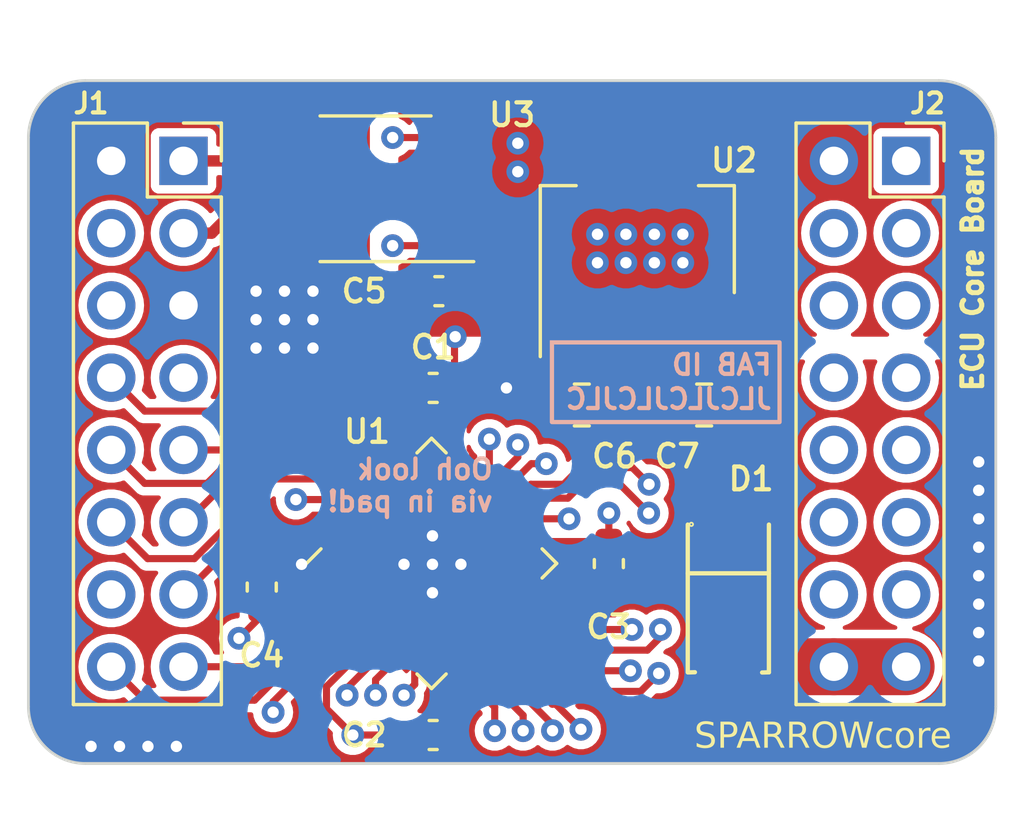
<source format=kicad_pcb>
(kicad_pcb (version 20221018) (generator pcbnew)
  (layers (0 "F.Cu" signal) (1 "In1.Cu" signal) (2 "In2.Cu" signal) (3 "In3.Cu" signal) (4 "In4.Cu" signal) (31 "B.Cu" signal) (34 "B.Paste" user) (35 "F.Paste" user) (36 "B.SilkS" user "B.Silkscreen") (37 "F.SilkS" user "F.Silkscreen") (38 "B.Mask" user) (39 "F.Mask" user) (44 "Edge.Cuts" user))
  (net 0 "")
  (net 1 "GND")
  (net 2 "+3V3")
  (net 3 "/PD0")
  (net 4 "/PD1")
  (net 5 "/~{RESET}")
  (net 6 "/PA0")
  (net 7 "/PA1")
  (net 8 "/PA2")
  (net 9 "/PA3")
  (net 10 "/PA4")
  (net 11 "/PA5")
  (net 12 "/PA6")
  (net 13 "/PA7")
  (net 14 "/PB0")
  (net 15 "/PB1")
  (net 16 "/PB2")
  (net 17 "/PA8")
  (net 18 "/PA9")
  (net 19 "/PA10")
  (net 20 "/CANRX")
  (net 21 "/CANTX")
  (net 22 "/SWDIO")
  (net 23 "/SWCLK")
  (net 24 "/PA15")
  (net 25 "/PB3")
  (net 26 "/PB4")
  (net 27 "/PB5")
  (net 28 "/PB6")
  (net 29 "/PB7")
  (net 31 "/CANL")
  (net 32 "/CANH")
  (net 33 "VDC")
  (net 34 "/VDC_AFD")
  (footprint "Capacitor_SMD:C_0805_2012Metric" (layer "F.Cu") (at 186.45 93.2 180)
    (fp_text reference "C6" (at -1.15 -1.8) (layer "F.SilkS") (effects (font (size 0.8 0.8))))
    (fp_text value "10 uF")
    (fp_line (start -0.261252 -0.735) (end 0.261252 -0.735) (stroke (width 0.12)) (layer "F.SilkS"))
    (fp_line (start -0.261252 0.735) (end 0.261252 0.735) (stroke (width 0.12)) (layer "F.SilkS"))
    (pad "1" smd roundrect (at -0.95 0 180) (size 1 1.45) (layers "F.Cu" "F.Paste" "F.Mask") (net 2 "+3V3"))
    (pad "2" smd roundrect (at 0.95 0 180) (size 1 1.45) (layers "F.Cu" "F.Paste" "F.Mask") (net 1 "GND"))
  )
  (footprint "Package_DFN_QFN:QFN-36-1EP_6x6mm_P0.5mm_EP4.1x4.1mm" (layer "F.Cu") (at 181.168736 98.768736 45)
    (fp_text reference "U1" hide)
    (fp_text value "STM32F103TBU6")
    (fp_line (start -3.11 3.11) (end -3.11 2.385) (stroke (width 0.12)) (layer "F.SilkS"))
    (fp_line (start -2.385 -3.11) (end -3.11 -3.11) (stroke (width 0.12)) (layer "F.SilkS"))
    (fp_line (start -2.385 3.11) (end -3.11 3.11) (stroke (width 0.12)) (layer "F.SilkS"))
    (fp_line (start 2.385 -3.11) (end 3.11 -3.11) (stroke (width 0.12)) (layer "F.SilkS"))
    (fp_line (start 2.385 3.11) (end 3.11 3.11) (stroke (width 0.12)) (layer "F.SilkS"))
    (fp_line (start 3.11 -3.11) (end 3.11 -2.385) (stroke (width 0.12)) (layer "F.SilkS"))
    (fp_line (start 3.11 3.11) (end 3.11 2.385) (stroke (width 0.12)) (layer "F.SilkS"))
    (pad "1" smd roundrect (at -2.8375 -2 45) (size 1.075 0.25) (layers "F.Cu" "F.Paste" "F.Mask") (net 2 "+3V3"))
    (pad "2" smd roundrect (at -2.8375 -1.5 45) (size 1.075 0.25) (layers "F.Cu" "F.Paste" "F.Mask") (net 3 "/PD0"))
    (pad "3" smd roundrect (at -2.8375 -1 45) (size 1.075 0.25) (layers "F.Cu" "F.Paste" "F.Mask") (net 4 "/PD1"))
    (pad "4" smd roundrect (at -2.8375 -0.5 45) (size 1.075 0.25) (layers "F.Cu" "F.Paste" "F.Mask") (net 5 "/~{RESET}"))
    (pad "5" smd roundrect (at -2.8375 0 45) (size 1.075 0.25) (layers "F.Cu" "F.Paste" "F.Mask") (net 1 "GND"))
    (pad "6" smd roundrect (at -2.8375 0.5 45) (size 1.075 0.25) (layers "F.Cu" "F.Paste" "F.Mask") (net 2 "+3V3"))
    (pad "7" smd roundrect (at -2.8375 1 45) (size 1.075 0.25) (layers "F.Cu" "F.Paste" "F.Mask") (net 6 "/PA0"))
    (pad "8" smd roundrect (at -2.8375 1.5 45) (size 1.075 0.25) (layers "F.Cu" "F.Paste" "F.Mask") (net 7 "/PA1"))
    (pad "9" smd roundrect (at -2.8375 2 45) (size 1.075 0.25) (layers "F.Cu" "F.Paste" "F.Mask") (net 8 "/PA2"))
    (pad "10" smd roundrect (at -2 2.8375 45) (size 0.25 1.075) (layers "F.Cu" "F.Paste" "F.Mask") (net 9 "/PA3"))
    (pad "11" smd roundrect (at -1.5 2.8375 45) (size 0.25 1.075) (layers "F.Cu" "F.Paste" "F.Mask") (net 10 "/PA4"))
    (pad "12" smd roundrect (at -1 2.8375 45) (size 0.25 1.075) (layers "F.Cu" "F.Paste" "F.Mask") (net 11 "/PA5"))
    (pad "13" smd roundrect (at -0.5 2.8375 45) (size 0.25 1.075) (layers "F.Cu" "F.Paste" "F.Mask") (net 12 "/PA6"))
    (pad "14" smd roundrect (at 0 2.8375 45) (size 0.25 1.075) (layers "F.Cu" "F.Paste" "F.Mask") (net 13 "/PA7"))
    (pad "15" smd roundrect (at 0.5 2.8375 45) (size 0.25 1.075) (layers "F.Cu" "F.Paste" "F.Mask") (net 14 "/PB0"))
    (pad "16" smd roundrect (at 1 2.8375 45) (size 0.25 1.075) (layers "F.Cu" "F.Paste" "F.Mask") (net 15 "/PB1"))
    (pad "17" smd roundrect (at 1.5 2.8375 45) (size 0.25 1.075) (layers "F.Cu" "F.Paste" "F.Mask") (net 16 "/PB2"))
    (pad "18" smd roundrect (at 2 2.8375 45) (size 0.25 1.075) (layers "F.Cu" "F.Paste" "F.Mask") (net 1 "GND"))
    (pad "19" smd roundrect (at 2.8375 2 45) (size 1.075 0.25) (layers "F.Cu" "F.Paste" "F.Mask") (net 2 "+3V3"))
    (pad "20" smd roundrect (at 2.8375 1.5 45) (size 1.075 0.25) (layers "F.Cu" "F.Paste" "F.Mask") (net 17 "/PA8"))
    (pad "21" smd roundrect (at 2.8375 1 45) (size 1.075 0.25) (layers "F.Cu" "F.Paste" "F.Mask") (net 18 "/PA9"))
    (pad "22" smd roundrect (at 2.8375 0.5 45) (size 1.075 0.25) (layers "F.Cu" "F.Paste" "F.Mask") (net 19 "/PA10"))
    (pad "23" smd roundrect (at 2.8375 0 45) (size 1.075 0.25) (layers "F.Cu" "F.Paste" "F.Mask") (net 20 "/CANRX"))
    (pad "24" smd roundrect (at 2.8375 -0.5 45) (size 1.075 0.25) (layers "F.Cu" "F.Paste" "F.Mask") (net 21 "/CANTX"))
    (pad "25" smd roundrect (at 2.8375 -1 45) (size 1.075 0.25) (layers "F.Cu" "F.Paste" "F.Mask") (net 22 "/SWDIO"))
    (pad "26" smd roundrect (at 2.8375 -1.5 45) (size 1.075 0.25) (layers "F.Cu" "F.Paste" "F.Mask") (net 1 "GND"))
    (pad "27" smd roundrect (at 2.8375 -2 45) (size 1.075 0.25) (layers "F.Cu" "F.Paste" "F.Mask") (net 2 "+3V3"))
    (pad "28" smd roundrect (at 2 -2.8375 45) (size 0.25 1.075) (layers "F.Cu" "F.Paste" "F.Mask") (net 23 "/SWCLK"))
    (pad "29" smd roundrect (at 1.5 -2.8375 45) (size 0.25 1.075) (layers "F.Cu" "F.Paste" "F.Mask") (net 24 "/PA15"))
    (pad "30" smd roundrect (at 1 -2.8375 45) (size 0.25 1.075) (layers "F.Cu" "F.Paste" "F.Mask") (net 25 "/PB3"))
    (pad "31" smd roundrect (at 0.5 -2.8375 45) (size 0.25 1.075) (layers "F.Cu" "F.Paste" "F.Mask") (net 26 "/PB4"))
    (pad "32" smd roundrect (at 0 -2.8375 45) (size 0.25 1.075) (layers "F.Cu" "F.Paste" "F.Mask") (net 27 "/PB5"))
    (pad "33" smd roundrect (at -0.5 -2.8375 45) (size 0.25 1.075) (layers "F.Cu" "F.Paste" "F.Mask") (net 28 "/PB6"))
    (pad "34" smd roundrect (at -1 -2.8375 45) (size 0.25 1.075) (layers "F.Cu" "F.Paste" "F.Mask") (net 29 "/PB7"))
    (pad "35" smd roundrect (at -1.5 -2.8375 45) (size 0.25 1.075) (layers "F.Cu" "F.Paste" "F.Mask") (net 1 "GND"))
    (pad "36" smd roundrect (at -2 -2.8375 45) (size 0.25 1.075) (layers "F.Cu" "F.Paste" "F.Mask") (net 1 "GND"))
    (pad "37" smd rect (at 0 0 45) (size 4.1 4.1) (layers "F.Cu" "F.Mask") (net 1 "GND"))
  )
  (footprint "footprint:SMA_L4.3-W2.6-LS5.2-RD" (layer "F.Cu") (at 191.6 100 -90)
    (fp_text reference "D1" (at -4.2 -0.8 -180) (layer "F.SilkS") (effects (font (size 0.8 0.8))))
    (fp_text value "M7_C95872")
    (fp_line (start -2.59619 -1.426213) (end 2.59619 -1.426213) (stroke (width 0.1524)) (layer "F.SilkS"))
    (fp_line (start -2.59619 1.426213) (end 2.59619 1.426213) (stroke (width 0.1524)) (layer "F.SilkS"))
    (fp_line (start -0.883922 -1.426213) (end -0.883922 1.426213) (stroke (width 0.1524)) (layer "F.SilkS"))
    (fp_line (start 2.593294 1.175616) (end 2.599975 1.414834) (stroke (width 0.1524)) (layer "F.SilkS"))
    (fp_line (start 2.59619 -1.426213) (end 2.60287 -1.186995) (stroke (width 0.1524)) (layer "F.SilkS"))
    (fp_circle (center -2.605029 1.299975) (end -2.575057 1.299975) (stroke (width 0.059995)) (fill none) (layer "F.SilkS"))
    (pad "1" smd rect (at -2.199898 0 90) (size 2 2) (layers "F.Cu" "F.Paste" "F.Mask") (net 34 "/VDC_AFD"))
    (pad "2" smd rect (at 2.199898 0 90) (size 2 2) (layers "F.Cu" "F.Paste" "F.Mask") (net 33 "VDC"))
  )
  (footprint "Capacitor_SMD:C_0603_1608Metric" (layer "F.Cu") (at 181.425 89.2 180)
    (fp_text reference "C5" (at 2.625 0) (layer "F.SilkS") (effects (font (size 0.8 0.8))))
    (fp_text value "0.1 uF")
    (fp_line (start -0.14058 -0.51) (end 0.14058 -0.51) (stroke (width 0.12)) (layer "F.SilkS"))
    (fp_line (start -0.14058 0.51) (end 0.14058 0.51) (stroke (width 0.12)) (layer "F.SilkS"))
    (pad "1" smd roundrect (at -0.775 0 180) (size 0.9 0.95) (layers "F.Cu" "F.Paste" "F.Mask") (net 2 "+3V3"))
    (pad "2" smd roundrect (at 0.775 0 180) (size 0.9 0.95) (layers "F.Cu" "F.Paste" "F.Mask") (net 1 "GND"))
  )
  (footprint "Capacitor_SMD:C_0603_1608Metric" (layer "F.Cu") (at 181.225 104.8 180)
    (fp_text reference "C2" (at 2.425 0) (layer "F.SilkS") (effects (font (size 0.8 0.8))))
    (fp_text value "0.1 uF")
    (fp_line (start -0.14058 -0.51) (end 0.14058 -0.51) (stroke (width 0.12)) (layer "F.SilkS"))
    (fp_line (start -0.14058 0.51) (end 0.14058 0.51) (stroke (width 0.12)) (layer "F.SilkS"))
    (pad "1" smd roundrect (at -0.775 0 180) (size 0.9 0.95) (layers "F.Cu" "F.Paste" "F.Mask") (net 1 "GND"))
    (pad "2" smd roundrect (at 0.775 0 180) (size 0.9 0.95) (layers "F.Cu" "F.Paste" "F.Mask") (net 2 "+3V3"))
  )
  (footprint "Capacitor_SMD:C_0603_1608Metric" (layer "F.Cu") (at 175.2 99.6 -90)
    (fp_text reference "C4" (at 2.4 0 -180) (layer "F.SilkS") (effects (font (size 0.8 0.8))))
    (fp_text value "0.1 uF")
    (fp_line (start -0.14058 -0.51) (end 0.14058 -0.51) (stroke (width 0.12)) (layer "F.SilkS"))
    (fp_line (start -0.14058 0.51) (end 0.14058 0.51) (stroke (width 0.12)) (layer "F.SilkS"))
    (pad "1" smd roundrect (at -0.775 0 270) (size 0.9 0.95) (layers "F.Cu" "F.Paste" "F.Mask") (net 1 "GND"))
    (pad "2" smd roundrect (at 0.775 0 270) (size 0.9 0.95) (layers "F.Cu" "F.Paste" "F.Mask") (net 2 "+3V3"))
  )
  (footprint "Capacitor_SMD:C_0603_1608Metric" (layer "F.Cu") (at 187.4 98.775 90)
    (fp_text reference "C3" (at -2.225 0) (layer "F.SilkS") (effects (font (size 0.8 0.8))))
    (fp_text value "0.1 uF")
    (fp_line (start -0.14058 -0.51) (end 0.14058 -0.51) (stroke (width 0.12)) (layer "F.SilkS"))
    (fp_line (start -0.14058 0.51) (end 0.14058 0.51) (stroke (width 0.12)) (layer "F.SilkS"))
    (pad "1" smd roundrect (at -0.775 0 90) (size 0.9 0.95) (layers "F.Cu" "F.Paste" "F.Mask") (net 1 "GND"))
    (pad "2" smd roundrect (at 0.775 0 90) (size 0.9 0.95) (layers "F.Cu" "F.Paste" "F.Mask") (net 2 "+3V3"))
  )
  (footprint "Capacitor_SMD:C_0805_2012Metric" (layer "F.Cu") (at 190.75 93.2 180)
    (fp_text reference "C7" (at 0.95 -1.8) (layer "F.SilkS") (effects (font (size 0.8 0.8))))
    (fp_text value "10 uF")
    (fp_line (start -0.261252 -0.735) (end 0.261252 -0.735) (stroke (width 0.12)) (layer "F.SilkS"))
    (fp_line (start -0.261252 0.735) (end 0.261252 0.735) (stroke (width 0.12)) (layer "F.SilkS"))
    (pad "1" smd roundrect (at -0.95 0 180) (size 1 1.45) (layers "F.Cu" "F.Paste" "F.Mask") (net 1 "GND"))
    (pad "2" smd roundrect (at 0.95 0 180) (size 1 1.45) (layers "F.Cu" "F.Paste" "F.Mask") (net 34 "/VDC_AFD"))
  )
  (footprint "Capacitor_SMD:C_0603_1608Metric" (layer "F.Cu") (at 181.225 92.6)
    (fp_text reference "C1" (at 0 -1.43) (layer "F.SilkS") (effects (font (size 0.8 0.8))))
    (fp_text value "0.1 uF")
    (fp_line (start -0.14058 -0.51) (end 0.14058 -0.51) (stroke (width 0.12)) (layer "F.SilkS"))
    (fp_line (start -0.14058 0.51) (end 0.14058 0.51) (stroke (width 0.12)) (layer "F.SilkS"))
    (pad "1" smd roundrect (at -0.775 0) (size 0.9 0.95) (layers "F.Cu" "F.Paste" "F.Mask") (net 1 "GND"))
    (pad "2" smd roundrect (at 0.775 0) (size 0.9 0.95) (layers "F.Cu" "F.Paste" "F.Mask") (net 2 "+3V3"))
  )
  (footprint "Package_TO_SOT_SMD:SOT-223-3_TabPin2" (layer "F.Cu") (at 188.4 87.4 90)
    (fp_text reference "U2" (at 2.8 3.4 180) (layer "F.SilkS") (effects (font (size 0.8 0.8))))
    (fp_text value "LD1117S33TR_SOT223")
    (fp_line (start -4.1 -3.41) (end 1.91 -3.41) (stroke (width 0.12)) (layer "F.SilkS"))
    (fp_line (start -1.85 3.41) (end 1.91 3.41) (stroke (width 0.12)) (layer "F.SilkS"))
    (fp_line (start 1.91 -3.41) (end 1.91 -2.15) (stroke (width 0.12)) (layer "F.SilkS"))
    (fp_line (start 1.91 3.41) (end 1.91 2.15) (stroke (width 0.12)) (layer "F.SilkS"))
    (pad "1" smd rect (at -3.15 -2.3 90) (size 2 1.5) (layers "F.Cu" "F.Paste" "F.Mask") (net 1 "GND"))
    (pad "2" smd rect (at -3.15 0 90) (size 2 1.5) (layers "F.Cu" "F.Paste" "F.Mask") (net 2 "+3V3"))
    (pad "2" smd rect (at 3.15 0 90) (size 2 3.8) (layers "F.Cu" "F.Paste" "F.Mask") (net 2 "+3V3"))
    (pad "3" smd rect (at -3.15 2.3 90) (size 2 1.5) (layers "F.Cu" "F.Paste" "F.Mask") (net 34 "/VDC_AFD"))
  )
  (footprint "Connector_PinSocket_2.54mm:PinSocket_2x08_P2.54mm_Vertical" (layer "F.Cu") (at 172.45 84.62)
    (fp_text reference "J1" (at -3.25 -2.02) (layer "F.SilkS") (effects (font (size 0.7 0.7))))
    (fp_text value "LS_CONN")
    (fp_line (start -3.87 -1.33) (end -3.87 19.11) (stroke (width 0.12)) (layer "F.SilkS"))
    (fp_line (start -3.87 -1.33) (end -1.27 -1.33) (stroke (width 0.12)) (layer "F.SilkS"))
    (fp_line (start -3.87 19.11) (end 1.33 19.11) (stroke (width 0.12)) (layer "F.SilkS"))
    (fp_line (start -1.27 -1.33) (end -1.27 1.27) (stroke (width 0.12)) (layer "F.SilkS"))
    (fp_line (start -1.27 1.27) (end 1.33 1.27) (stroke (width 0.12)) (layer "F.SilkS"))
    (fp_line (start 0 -1.33) (end 1.33 -1.33) (stroke (width 0.12)) (layer "F.SilkS"))
    (fp_line (start 1.33 -1.33) (end 1.33 0) (stroke (width 0.12)) (layer "F.SilkS"))
    (fp_line (start 1.33 1.27) (end 1.33 19.11) (stroke (width 0.12)) (layer "F.SilkS"))
    (pad "1" thru_hole rect (at 0 0) (size 1.7 1.7) (drill 1) (layers "*.Cu" "*.Mask") (net 31 "/CANL"))
    (pad "2" thru_hole oval (at -2.54 0) (size 1.7 1.7) (drill 1) (layers "*.Cu" "*.Mask") (net 1 "GND"))
    (pad "3" thru_hole oval (at 0 2.54) (size 1.7 1.7) (drill 1) (layers "*.Cu" "*.Mask") (net 32 "/CANH"))
    (pad "4" thru_hole oval (at -2.54 2.54) (size 1.7 1.7) (drill 1) (layers "*.Cu" "*.Mask") (net 6 "/PA0"))
    (pad "5" thru_hole oval (at 0 5.08) (size 1.7 1.7) (drill 1) (layers "*.Cu" "*.Mask") (net 1 "GND"))
    (pad "6" thru_hole oval (at -2.54 5.08) (size 1.7 1.7) (drill 1) (layers "*.Cu" "*.Mask") (net 5 "/~{RESET}"))
    (pad "7" thru_hole oval (at 0 7.62) (size 1.7 1.7) (drill 1) (layers "*.Cu" "*.Mask") (net 22 "/SWDIO"))
    (pad "8" thru_hole oval (at -2.54 7.62) (size 1.7 1.7) (drill 1) (layers "*.Cu" "*.Mask") (net 23 "/SWCLK"))
    (pad "9" thru_hole oval (at 0 10.16) (size 1.7 1.7) (drill 1) (layers "*.Cu" "*.Mask") (net 24 "/PA15"))
    (pad "10" thru_hole oval (at -2.54 10.16) (size 1.7 1.7) (drill 1) (layers "*.Cu" "*.Mask") (net 25 "/PB3"))
    (pad "11" thru_hole oval (at 0 12.7) (size 1.7 1.7) (drill 1) (layers "*.Cu" "*.Mask") (net 26 "/PB4"))
    (pad "12" thru_hole oval (at -2.54 12.7) (size 1.7 1.7) (drill 1) (layers "*.Cu" "*.Mask") (net 27 "/PB5"))
    (pad "13" thru_hole oval (at 0 15.24) (size 1.7 1.7) (drill 1) (layers "*.Cu" "*.Mask") (net 28 "/PB6"))
    (pad "14" thru_hole oval (at -2.54 15.24) (size 1.7 1.7) (drill 1) (layers "*.Cu" "*.Mask") (net 29 "/PB7"))
    (pad "15" thru_hole oval (at 0 17.78) (size 1.7 1.7) (drill 1) (layers "*.Cu" "*.Mask") (net 3 "/PD0"))
    (pad "16" thru_hole oval (at -2.54 17.78) (size 1.7 1.7) (drill 1) (layers "*.Cu" "*.Mask") (net 4 "/PD1"))
  )
  (footprint "Package_SO:SOIC-8_3.9x4.9mm_P1.27mm" (layer "F.Cu") (at 179.2 85.6 180)
    (fp_text reference "U3" (at -4.8 2.6) (layer "F.SilkS") (effects (font (size 0.8 0.8))))
    (fp_text value "SN65HVD230")
    (fp_line (start 0 -2.56) (end -3.45 -2.56) (stroke (width 0.12)) (layer "F.SilkS"))
    (fp_line (start 0 -2.56) (end 1.95 -2.56) (stroke (width 0.12)) (layer "F.SilkS"))
    (fp_line (start 0 2.56) (end -1.95 2.56) (stroke (width 0.12)) (layer "F.SilkS"))
    (fp_line (start 0 2.56) (end 1.95 2.56) (stroke (width 0.12)) (layer "F.SilkS"))
    (pad "1" smd roundrect (at -2.475 -1.905 180) (size 1.95 0.6) (layers "F.Cu" "F.Paste" "F.Mask") (net 21 "/CANTX"))
    (pad "2" smd roundrect (at -2.475 -0.635 180) (size 1.95 0.6) (layers "F.Cu" "F.Paste" "F.Mask") (net 1 "GND"))
    (pad "3" smd roundrect (at -2.475 0.635 180) (size 1.95 0.6) (layers "F.Cu" "F.Paste" "F.Mask") (net 2 "+3V3"))
    (pad "4" smd roundrect (at -2.475 1.905 180) (size 1.95 0.6) (layers "F.Cu" "F.Paste" "F.Mask") (net 20 "/CANRX"))
    (pad "5" smd roundrect (at 2.475 1.905 180) (size 1.95 0.6) (layers "F.Cu" "F.Paste" "F.Mask"))
    (pad "6" smd roundrect (at 2.475 0.635 180) (size 1.95 0.6) (layers "F.Cu" "F.Paste" "F.Mask") (net 31 "/CANL"))
    (pad "7" smd roundrect (at 2.475 -0.635 180) (size 1.95 0.6) (layers "F.Cu" "F.Paste" "F.Mask") (net 32 "/CANH"))
    (pad "8" smd roundrect (at 2.475 -1.905 180) (size 1.95 0.6) (layers "F.Cu" "F.Paste" "F.Mask") (net 1 "GND"))
  )
  (footprint "Connector_PinSocket_2.54mm:PinSocket_2x08_P2.54mm_Vertical" (layer "F.Cu") (at 197.85 84.62)
    (fp_text reference "J2" (at 0.75 -2.02) (layer "F.SilkS") (effects (font (size 0.7 0.7))))
    (fp_text value "RS_CONN")
    (fp_line (start -3.87 -1.33) (end -3.87 19.11) (stroke (width 0.12)) (layer "F.SilkS"))
    (fp_line (start -3.87 -1.33) (end -1.27 -1.33) (stroke (width 0.12)) (layer "F.SilkS"))
    (fp_line (start -3.87 19.11) (end 1.33 19.11) (stroke (width 0.12)) (layer "F.SilkS"))
    (fp_line (start -1.27 -1.33) (end -1.27 1.27) (stroke (width 0.12)) (layer "F.SilkS"))
    (fp_line (start -1.27 1.27) (end 1.33 1.27) (stroke (width 0.12)) (layer "F.SilkS"))
    (fp_line (start 0 -1.33) (end 1.33 -1.33) (stroke (width 0.12)) (layer "F.SilkS"))
    (fp_line (start 1.33 -1.33) (end 1.33 0) (stroke (width 0.12)) (layer "F.SilkS"))
    (fp_line (start 1.33 1.27) (end 1.33 19.11) (stroke (width 0.12)) (layer "F.SilkS"))
    (pad "1" thru_hole rect (at 0 0) (size 1.7 1.7) (drill 1) (layers "*.Cu" "*.Mask") (net 17 "/PA8"))
    (pad "2" thru_hole oval (at -2.54 0) (size 1.7 1.7) (drill 1) (layers "*.Cu" "*.Mask") (net 2 "+3V3"))
    (pad "3" thru_hole oval (at 0 2.54) (size 1.7 1.7) (drill 1) (layers "*.Cu" "*.Mask") (net 18 "/PA9"))
    (pad "4" thru_hole oval (at -2.54 2.54) (size 1.7 1.7) (drill 1) (layers "*.Cu" "*.Mask") (net 19 "/PA10"))
    (pad "5" thru_hole oval (at 0 5.08) (size 1.7 1.7) (drill 1) (layers "*.Cu" "*.Mask") (net 15 "/PB1"))
    (pad "6" thru_hole oval (at -2.54 5.08) (size 1.7 1.7) (drill 1) (layers "*.Cu" "*.Mask") (net 16 "/PB2"))
    (pad "7" thru_hole oval (at 0 7.62) (size 1.7 1.7) (drill 1) (layers "*.Cu" "*.Mask") (net 13 "/PA7"))
    (pad "8" thru_hole oval (at -2.54 7.62) (size 1.7 1.7) (drill 1) (layers "*.Cu" "*.Mask") (net 14 "/PB0"))
    (pad "9" thru_hole oval (at 0 10.16) (size 1.7 1.7) (drill 1) (layers "*.Cu" "*.Mask") (net 8 "/PA2"))
    (pad "10" thru_hole oval (at -2.54 10.16) (size 1.7 1.7) (drill 1) (layers "*.Cu" "*.Mask") (net 7 "/PA1"))
    (pad "11" thru_hole oval (at 0 12.7) (size 1.7 1.7) (drill 1) (layers "*.Cu" "*.Mask") (net 10 "/PA4"))
    (pad "12" thru_hole oval (at -2.54 12.7) (size 1.7 1.7) (drill 1) (layers "*.Cu" "*.Mask") (net 9 "/PA3"))
    (pad "13" thru_hole oval (at 0 15.24) (size 1.7 1.7) (drill 1) (layers "*.Cu" "*.Mask") (net 12 "/PA6"))
    (pad "14" thru_hole oval (at -2.54 15.24) (size 1.7 1.7) (drill 1) (layers "*.Cu" "*.Mask") (net 11 "/PA5"))
    (pad "15" thru_hole oval (at 0 17.78) (size 1.7 1.7) (drill 1) (layers "*.Cu" "*.Mask") (net 33 "VDC"))
    (pad "16" thru_hole oval (at -2.54 17.78) (size 1.7 1.7) (drill 1) (layers "*.Cu" "*.Mask") (net 33 "VDC"))
  )
  (gr_rect (start 185.4 91) (end 193.4 93.8) (stroke (width 0.15)) (fill none) (layer "B.SilkS"))
  (gr_arc (start 167 83.8) (mid 167.585786 82.385786) (end 169 81.8) (stroke (width 0.1)) (layer "Edge.Cuts"))
  (gr_line (start 169 81.8) (end 199 81.8) (stroke (width 0.1)) (layer "Edge.Cuts"))
  (gr_line (start 167 103.8) (end 167 83.8) (stroke (width 0.1)) (layer "Edge.Cuts"))
  (gr_line (start 169 105.8) (end 199 105.8) (stroke (width 0.1)) (layer "Edge.Cuts"))
  (gr_arc (start 201 103.8) (mid 200.414214 105.214214) (end 199 105.8) (stroke (width 0.1)) (layer "Edge.Cuts"))
  (gr_line (start 201 103.8) (end 201 83.8) (stroke (width 0.1)) (layer "Edge.Cuts"))
  (gr_arc (start 199 81.8) (mid 200.414214 82.385786) (end 201 83.8) (stroke (width 0.1)) (layer "Edge.Cuts"))
  (gr_arc (start 169 105.8) (mid 167.585786 105.214214) (end 167 103.8) (stroke (width 0.1)) (layer "Edge.Cuts"))
  (gr_text "JLCJLCJLCJLC" (at 193.2 93.4) (layer "B.SilkS") (effects (font (size 0.7 0.7)) (justify left bottom mirror)))
  (gr_text "Ooh look\nvia in pad!" (at 183.4 97) (layer "B.SilkS") (effects (font (size 0.7 0.7)) (justify left bottom mirror)))
  (gr_text "FAB ID" (at 193.2 92.2) (layer "B.SilkS") (effects (font (size 0.7 0.7)) (justify left bottom mirror)))
  (gr_text "SPARROWcore" (at 190.4 105.4) (layer "F.SilkS") (effects (font (size 0.9 0.9)) (justify left bottom)))
  (gr_text "ECU Core Board" (at 200.6 92.8 90) (layer "F.SilkS") (effects (font (size 0.7 0.7) (thickness 0.175) bold) (justify left bottom)))
  (gr_text "U1" (at 178 94.6) (layer "F.SilkS") (effects (font (size 0.8 0.8)) (justify left bottom)))
  (segment (start 181.344104 98.944104) (end 182.055896 98.944104) (width 0.25) (layer "F.Cu") (net 1))
  (segment (start 181.2 98.8) (end 181.344104 98.944104) (width 0.25) (layer "F.Cu") (net 1))
  (segment (start 181.168736 97.831264) (end 181.168736 98.768736) (width 0.25) (layer "F.Cu") (net 1))
  (segment (start 176.8 104.6) (end 176.2 105.2) (width 0.25) (layer "F.Cu") (net 1))
  (segment (start 179.162321 100.775151) (end 181.168736 98.768736) (width 0.25) (layer "F.Cu") (net 1))
  (segment (start 175.2 98.825) (end 176.575 98.825) (width 0.25) (layer "F.Cu") (net 1))
  (segment (start 181.168736 96.647415) (end 181.168736 97.768736) (width 0.25) (layer "F.Cu") (net 1))
  (segment (start 181.168736 98.768736) (end 181.2 98.8) (width 0.25) (layer "F.Cu") (net 1))
  (segment (start 176.8 103.137472) (end 176.8 104.6) (width 0.25) (layer "F.Cu") (net 1))
  (segment (start 181.168736 98.768736) (end 180.231264 98.768736) (width 0.25) (layer "F.Cu") (net 1))
  (segment (start 186.1 90.55) (end 185.5 91.15) (width 1.5) (layer "F.Cu") (net 1))
  (segment (start 182.055896 98.944104) (end 182.2 98.8) (width 0.25) (layer "F.Cu") (net 1))
  (segment (start 182.2 98.8) (end 182.344104 98.944104) (width 0.25) (layer "F.Cu") (net 1))
  (segment (start 176.2 105.2) (end 172.2 105.2) (width 0.25) (layer "F.Cu") (net 1))
  (segment (start 178 89.2) (end 177 90.2) (width 0.4) (layer "F.Cu") (net 1))
  (segment (start 182.344104 98.944104) (end 184.172531 98.944104) (width 0.25) (layer "F.Cu") (net 1))
  (segment (start 179.165 86.235) (end 181.675 86.235) (width 0.4) (layer "F.Cu") (net 1))
  (segment (start 180.65 89.2) (end 178 89.2) (width 0.4) (layer "F.Cu") (net 1))
  (segment (start 179.047415 98.768736) (end 178.10166 97.822981) (width 0.25) (layer "F.Cu") (net 1))
  (segment (start 181.168736 98.768736) (end 180.993368 98.593368) (width 0.25) (layer "F.Cu") (net 1))
  (segment (start 181.2 97.8) (end 181.168736 97.831264) (width 0.25) (layer "F.Cu") (net 1))
  (segment (start 181.168736 97.768736) (end 181.2 97.8) (width 0.25) (layer "F.Cu") (net 1))
  (segment (start 182.114491 95.70166) (end 181.168736 96.647415) (width 0.25) (layer "F.Cu") (net 1))
  (segment (start 180.168736 98.768736) (end 179.047415 98.768736) (width 0.25) (layer "F.Cu") (net 1))
  (segment (start 180.231264 98.768736) (end 180.2 98.8) (width 0.25) (layer "F.Cu") (net 1))
  (segment (start 176.725 87.505) (end 177.895 87.505) (width 0.4) (layer "F.Cu") (net 1))
  (segment (start 180.993368 98.593368) (end 178.164941 98.593368) (width 0.25) (layer "F.Cu") (net 1))
  (segment (start 180.2 98.8) (end 180.168736 98.768736) (width 0.25) (layer "F.Cu") (net 1))
  (segment (start 184.172531 98.944104) (end 184.589365 99.360938) (width 0.25) (layer "F.Cu") (net 1))
  (segment (start 176.575 98.825) (end 176.6 98.8) (width 0.25) (layer "F.Cu") (net 1))
  (segment (start 185.5 91.15) (end 185.5 93.2) (width 1.5) (layer "F.Cu") (net 1))
  (segment (start 179.162321 100.775151) (end 176.8 103.137472) (width 0.25) (layer "F.Cu") (net 1))
  (segment (start 177.895 87.505) (end 179.165 86.235) (width 0.4) (layer "F.Cu") (net 1))
  (segment (start 178.164941 98.593368) (end 177.748107 98.176534) (width 0.25) (layer "F.Cu") (net 1))
  (via (at 175 91.2) (size 0.8) (drill 0.4) (layers "F.Cu" "B.Cu") (net 1))
  (via (at 183.8 92.6) (size 0.8) (drill 0.4) (layers "F.Cu" "B.Cu") (net 1))
  (via (at 200.4 96.2) (size 0.8) (drill 0.4) (layers "F.Cu" "B.Cu") (net 1))
  (via (at 172.2 105.2) (size 0.8) (drill 0.4) (layers "F.Cu" "B.Cu") (net 1))
  (via (at 169.2 105.2) (size 0.8) (drill 0.4) (layers "F.Cu" "B.Cu") (net 1))
  (via (at 171.2 105.2) (size 0.8) (drill 0.4) (layers "F.Cu" "B.Cu") (net 1))
  (via (at 200.4 97.2) (size 0.8) (drill 0.4) (layers "F.Cu" "B.Cu") (net 1))
  (via (at 177 91.2) (size 0.8) (drill 0.4) (layers "F.Cu" "B.Cu") (net 1))
  (via (at 181.2 97.8) (size 0.8) (drill 0.4) (layers "F.Cu" "B.Cu") (net 1))
  (via (at 181.2 98.8) (size 0.8) (drill 0.4) (layers "F.Cu" "B.Cu") (net 1))
  (via (at 177 90.2) (size 0.8) (drill 0.4) (layers "F.Cu" "B.Cu") (net 1))
  (via (at 176.6 98.8) (size 0.8) (drill 0.4) (layers "F.Cu" "B.Cu") (net 1))
  (via (at 200.4 95.2) (size 0.8) (drill 0.4) (layers "F.Cu" "B.Cu") (net 1))
  (via (at 181.2 99.8) (size 0.8) (drill 0.4) (layers "F.Cu" "B.Cu") (net 1))
  (via (at 175 89.2) (size 0.8) (drill 0.4) (layers "F.Cu" "B.Cu") (net 1))
  (via (at 182.2 98.8) (size 0.8) (drill 0.4) (layers "F.Cu" "B.Cu") (net 1))
  (via (at 175 90.2) (size 0.8) (drill 0.4) (layers "F.Cu" "B.Cu") (net 1))
  (via (at 170.2 105.2) (size 0.8) (drill 0.4) (layers "F.Cu" "B.Cu") (net 1))
  (via (at 176 90.2) (size 0.8) (drill 0.4) (layers "F.Cu" "B.Cu") (net 1))
  (via (at 200.4 98.2) (size 0.8) (drill 0.4) (layers "F.Cu" "B.Cu") (net 1))
  (via (at 200.4 100.2) (size 0.8) (drill 0.4) (layers "F.Cu" "B.Cu") (net 1))
  (via (at 180.2 98.8) (size 0.8) (drill 0.4) (layers "F.Cu" "B.Cu") (net 1))
  (via (at 177 89.2) (size 0.8) (drill 0.4) (layers "F.Cu" "B.Cu") (net 1))
  (via (at 176 91.2) (size 0.8) (drill 0.4) (layers "F.Cu" "B.Cu") (net 1))
  (via (at 200.4 102.2) (size 0.8) (drill 0.4) (layers "F.Cu" "B.Cu") (net 1))
  (via (at 176 89.2) (size 0.8) (drill 0.4) (layers "F.Cu" "B.Cu") (net 1))
  (via (at 200.4 99.2) (size 0.8) (drill 0.4) (layers "F.Cu" "B.Cu") (net 1))
  (via (at 200.4 101.2) (size 0.8) (drill 0.4) (layers "F.Cu" "B.Cu") (net 1))
  (segment (start 181.975 92.4) (end 181.975 95.134045) (width 0.25) (layer "F.Cu") (net 2))
  (segment (start 188.4 92.2) (end 188.4 90.55) (width 1) (layer "F.Cu") (net 2))
  (segment (start 181.975 92.4) (end 181.975 90.825) (width 0.25) (layer "F.Cu") (net 2))
  (segment (start 184.765899 98) (end 184.589365 98.176534) (width 0.25) (layer "F.Cu") (net 2))
  (segment (start 178.217547 102.357645) (end 177.475497 103.099695) (width 0.25) (layer "F.Cu") (net 2))
  (segment (start 179.515874 101.128705) (end 179.515874 101.199415) (width 0.25) (layer "F.Cu") (net 2))
  (segment (start 178.4 104.8) (end 180.45 104.8) (width 0.25) (layer "F.Cu") (net 2))
  (segment (start 177.475497 103.875497) (end 178.4 104.8) (width 0.25) (layer "F.Cu") (net 2))
  (segment (start 181.975 95.134045) (end 181.760938 95.348107) (width 0.25) (layer "F.Cu") (net 2))
  (segment (start 181.975 90.825) (end 182 90.8) (width 0.25) (layer "F.Cu") (net 2))
  (segment (start 182 89.4) (end 182.2 89.2) (width 0.25) (layer "F.Cu") (net 2))
  (segment (start 175.2 100.375) (end 176.734045 100.375) (width 0.25) (layer "F.Cu") (net 2))
  (segment (start 176.734045 100.375) (end 177.748107 99.360938) (width 0.25) (layer "F.Cu") (net 2))
  (segment (start 187.4 98) (end 187.4 97) (width 0.25) (layer "F.Cu") (net 2))
  (segment (start 175.2 100.375) (end 175.2 100.6) (width 0.25) (layer "F.Cu") (net 2))
  (segment (start 177.475497 103.099695) (end 177.475497 103.875497) (width 0.25) (layer "F.Cu") (net 2))
  (segment (start 179.515874 101.199415) (end 178.357644 102.357645) (width 0.25) (layer "F.Cu") (net 2))
  (segment (start 175.2 100.6) (end 174.4 101.4) (width 0.25) (layer "F.Cu") (net 2))
  (segment (start 187.4 98) (end 184.765899 98) (width 0.25) (layer "F.Cu") (net 2))
  (segment (start 187.4 93.2) (end 188.4 92.2) (width 1) (layer "F.Cu") (net 2))
  (segment (start 178.357644 102.357645) (end 178.217547 102.357645) (width 0.25) (layer "F.Cu") (net 2))
  (segment (start 182 90.8) (end 182 89.4) (width 0.25) (layer "F.Cu") (net 2))
  (via (at 190 88.2) (size 0.8) (drill 0.4) (layers "F.Cu" "B.Cu") (net 2))
  (via (at 184.2 85) (size 0.8) (drill 0.4) (layers "F.Cu" "B.Cu") (net 2))
  (via (at 178.4 104.8) (size 0.8) (drill 0.4) (layers "F.Cu" "B.Cu") (net 2))
  (via (at 187.4 97) (size 0.8) (drill 0.4) (layers "F.Cu" "B.Cu") (net 2))
  (via (at 174.4 101.4) (size 0.8) (drill 0.4) (layers "F.Cu" "B.Cu") (net 2))
  (via (at 187 88.2) (size 0.8) (drill 0.4) (layers "F.Cu" "B.Cu") (net 2))
  (via (at 188 87.2) (size 0.8) (drill 0.4) (layers "F.Cu" "B.Cu") (net 2))
  (via (at 188 88.2) (size 0.8) (drill 0.4) (layers "F.Cu" "B.Cu") (net 2))
  (via (at 189 87.2) (size 0.8) (drill 0.4) (layers "F.Cu" "B.Cu") (net 2))
  (via (at 184.2 84) (size 0.8) (drill 0.4) (layers "F.Cu" "B.Cu") (net 2))
  (via (at 190 87.2) (size 0.8) (drill 0.4) (layers "F.Cu" "B.Cu") (net 2))
  (via (at 187 87.2) (size 0.8) (drill 0.4) (layers "F.Cu" "B.Cu") (net 2))
  (via (at 189 88.2) (size 0.8) (drill 0.4) (layers "F.Cu" "B.Cu") (net 2))
  (via (at 182 90.8) (size 0.8) (drill 0.4) (layers "F.Cu" "B.Cu") (net 2))
  (segment (start 178.10166 99.714491) (end 175.416151 102.4) (width 0.25) (layer "F.Cu") (net 3))
  (segment (start 175.416151 102.4) (end 172.45 102.4) (width 0.25) (layer "F.Cu") (net 3))
  (segment (start 178.455214 100.068045) (end 174.948259 103.575) (width 0.25) (layer "F.Cu") (net 4))
  (segment (start 171.085 103.575) (end 169.91 102.4) (width 0.25) (layer "F.Cu") (net 4))
  (segment (start 174.948259 103.575) (end 171.085 103.575) (width 0.25) (layer "F.Cu") (net 4))
  (segment (start 175.6 103.630365) (end 175.6 104) (width 0.25) (layer "F.Cu") (net 5))
  (segment (start 178.808767 100.421598) (end 175.6 103.630365) (width 0.25) (layer "F.Cu") (net 5))
  (via (at 175.6 104) (size 0.8) (drill 0.4) (layers "F.Cu" "B.Cu") (net 5))
  (segment (start 179.869427 101.482258) (end 178.200497 103.151188) (width 0.25) (layer "F.Cu") (net 6))
  (segment (start 178.200497 103.151188) (end 178.200497 103.4) (width 0.25) (layer "F.Cu") (net 6))
  (via (at 178.200497 103.4) (size 0.8) (drill 0.4) (layers "F.Cu" "B.Cu") (net 6))
  (segment (start 180.222981 101.835812) (end 179.2 102.858793) (width 0.25) (layer "F.Cu") (net 7))
  (segment (start 179.2 102.858793) (end 179.2 103.4) (width 0.25) (layer "F.Cu") (net 7))
  (via (at 179.2 103.4) (size 0.8) (drill 0.4) (layers "F.Cu" "B.Cu") (net 7))
  (segment (start 180.576534 103.023466) (end 180.2 103.4) (width 0.25) (layer "F.Cu") (net 8))
  (segment (start 180.576534 102.189365) (end 180.576534 103.023466) (width 0.25) (layer "F.Cu") (net 8))
  (via (at 180.2 103.4) (size 0.8) (drill 0.4) (layers "F.Cu" "B.Cu") (net 8))
  (segment (start 183.388 103.816427) (end 183.388 104.648) (width 0.25) (layer "F.Cu") (net 9))
  (segment (start 181.760938 102.189365) (end 183.388 103.816427) (width 0.25) (layer "F.Cu") (net 9))
  (via (at 183.388 104.648) (size 0.8) (drill 0.4) (layers "F.Cu" "B.Cu") (net 9))
  (segment (start 184.387503 104.108824) (end 184.387503 104.648) (width 0.25) (layer "F.Cu") (net 10))
  (segment (start 182.114491 101.835812) (end 184.387503 104.108824) (width 0.25) (layer "F.Cu") (net 10))
  (via (at 184.387503 104.648) (size 0.8) (drill 0.4) (layers "F.Cu" "B.Cu") (net 10))
  (segment (start 185.42 104.434213) (end 185.42 104.648) (width 0.25) (layer "F.Cu") (net 11))
  (segment (start 182.468045 101.482258) (end 185.42 104.434213) (width 0.25) (layer "F.Cu") (net 11))
  (via (at 185.42 104.648) (size 0.8) (drill 0.4) (layers "F.Cu" "B.Cu") (net 11))
  (segment (start 185.409393 103.7165) (end 185.535703 103.7165) (width 0.25) (layer "F.Cu") (net 12))
  (segment (start 185.535703 103.7165) (end 186.418306 104.599103) (width 0.25) (layer "F.Cu") (net 12))
  (segment (start 182.821598 101.128705) (end 185.409393 103.7165) (width 0.25) (layer "F.Cu") (net 12))
  (via (at 186.418306 104.599103) (size 0.8) (drill 0.4) (layers "F.Cu" "B.Cu") (net 12))
  (segment (start 185.6665 103.2665) (end 188.518608 103.2665) (width 0.25) (layer "F.Cu") (net 13))
  (segment (start 183.175151 100.775151) (end 185.6665 103.2665) (width 0.25) (layer "F.Cu") (net 13))
  (segment (start 188.518608 103.2665) (end 189.152966 102.632142) (width 0.25) (layer "F.Cu") (net 13))
  (via (at 189.152966 102.632142) (size 0.8) (drill 0.4) (layers "F.Cu" "B.Cu") (net 13))
  (segment (start 185.648607 102.5415) (end 188.157582 102.5415) (width 0.25) (layer "F.Cu") (net 14))
  (segment (start 183.528705 100.421598) (end 185.648607 102.5415) (width 0.25) (layer "F.Cu") (net 14))
  (via (at 188.157582 102.5415) (size 0.8) (drill 0.4) (layers "F.Cu" "B.Cu") (net 14))
  (segment (start 189.213503 101.356779) (end 189.213503 101.092) (width 0.25) (layer "F.Cu") (net 15))
  (segment (start 185.631213 101.817) (end 188.753282 101.817) (width 0.25) (layer "F.Cu") (net 15))
  (segment (start 183.882258 100.068045) (end 185.631213 101.817) (width 0.25) (layer "F.Cu") (net 15))
  (segment (start 188.753282 101.817) (end 189.213503 101.356779) (width 0.25) (layer "F.Cu") (net 15))
  (via (at 189.213503 101.092) (size 0.8) (drill 0.4) (layers "F.Cu" "B.Cu") (net 15))
  (segment (start 185.613321 101.092) (end 188.214 101.092) (width 0.25) (layer "F.Cu") (net 16))
  (segment (start 184.235812 99.714491) (end 185.613321 101.092) (width 0.25) (layer "F.Cu") (net 16))
  (via (at 188.214 101.092) (size 0.8) (drill 0.4) (layers "F.Cu" "B.Cu") (net 16))
  (segment (start 184.858793 97.2) (end 186 97.2) (width 0.25) (layer "F.Cu") (net 17))
  (segment (start 184.235812 97.822981) (end 184.858793 97.2) (width 0.25) (layer "F.Cu") (net 17))
  (via (at 186 97.2) (size 0.8) (drill 0.4) (layers "F.Cu" "B.Cu") (net 17))
  (segment (start 185.961396 96.475) (end 186.586396 95.85) (width 0.25) (layer "F.Cu") (net 18))
  (segment (start 184.876685 96.475) (end 185.961396 96.475) (width 0.25) (layer "F.Cu") (net 18))
  (segment (start 183.882258 97.469427) (end 184.876685 96.475) (width 0.25) (layer "F.Cu") (net 18))
  (segment (start 186.586396 95.85) (end 187.65 95.85) (width 0.25) (layer "F.Cu") (net 18))
  (segment (start 187.65 95.85) (end 188.8 97) (width 0.25) (layer "F.Cu") (net 18))
  (via (at 188.8 97) (size 0.8) (drill 0.4) (layers "F.Cu" "B.Cu") (net 18))
  (segment (start 188.224598 95.4) (end 188.812299 95.987701) (width 0.25) (layer "F.Cu") (net 19))
  (segment (start 184.656878 95.987701) (end 185.812299 95.987701) (width 0.25) (layer "F.Cu") (net 19))
  (segment (start 183.528705 97.115874) (end 184.656878 95.987701) (width 0.25) (layer "F.Cu") (net 19))
  (segment (start 186.4 95.4) (end 188.224598 95.4) (width 0.25) (layer "F.Cu") (net 19))
  (segment (start 185.812299 95.987701) (end 186.4 95.4) (width 0.25) (layer "F.Cu") (net 19))
  (via (at 188.812299 95.987701) (size 0.8) (drill 0.4) (layers "F.Cu" "B.Cu") (net 19))
  (segment (start 179.8 83.8) (end 181.57 83.8) (width 0.25) (layer "F.Cu") (net 20))
  (segment (start 184.674271 95.263201) (end 185.2 95.263201) (width 0.25) (layer "F.Cu") (net 20))
  (segment (start 183.175151 96.762321) (end 184.674271 95.263201) (width 0.25) (layer "F.Cu") (net 20))
  (segment (start 181.57 83.8) (end 181.675 83.695) (width 0.25) (layer "F.Cu") (net 20))
  (via (at 179.8 83.8) (size 0.8) (drill 0.4) (layers "F.Cu" "B.Cu") (net 20))
  (via (at 185.2 95.263201) (size 0.8) (drill 0.4) (layers "F.Cu" "B.Cu") (net 20))
  (segment (start 179.8 87.6) (end 181.58 87.6) (width 0.25) (layer "F.Cu") (net 21))
  (segment (start 181.58 87.6) (end 181.675 87.505) (width 0.25) (layer "F.Cu") (net 21))
  (segment (start 182.821598 96.408767) (end 184.2 95.030365) (width 0.25) (layer "F.Cu") (net 21))
  (segment (start 184.2 95.030365) (end 184.2 94.6) (width 0.25) (layer "F.Cu") (net 21))
  (via (at 179.8 87.6) (size 0.8) (drill 0.4) (layers "F.Cu" "B.Cu") (net 21))
  (via (at 184.2 94.6) (size 0.8) (drill 0.4) (layers "F.Cu" "B.Cu") (net 21))
  (segment (start 183.2 95.323259) (end 183.2 94.4) (width 0.25) (layer "F.Cu") (net 22))
  (segment (start 182.468045 96.055214) (end 183.2 95.323259) (width 0.25) (layer "F.Cu") (net 22))
  (via (at 183.2 94.4) (size 0.8) (drill 0.4) (layers "F.Cu" "B.Cu") (net 22))
  (segment (start 178.643427 93.415) (end 171.085 93.415) (width 0.25) (layer "F.Cu") (net 23))
  (segment (start 171.085 93.415) (end 169.91 92.24) (width 0.25) (layer "F.Cu") (net 23))
  (segment (start 180.576534 95.348107) (end 178.643427 93.415) (width 0.25) (layer "F.Cu") (net 23))
  (segment (start 174.6 94) (end 173.82 94.78) (width 0.25) (layer "F.Cu") (net 24))
  (segment (start 180.222981 95.70166) (end 178.521321 94) (width 0.25) (layer "F.Cu") (net 24))
  (segment (start 173.82 94.78) (end 172.45 94.78) (width 0.25) (layer "F.Cu") (net 24))
  (segment (start 178.521321 94) (end 174.6 94) (width 0.25) (layer "F.Cu") (net 24))
  (segment (start 171.085 95.955) (end 169.91 94.78) (width 0.25) (layer "F.Cu") (net 25))
  (segment (start 173.281396 95.955) (end 171.085 95.955) (width 0.25) (layer "F.Cu") (net 25))
  (segment (start 179.869427 96.055214) (end 178.264213 94.45) (width 0.25) (layer "F.Cu") (net 25))
  (segment (start 178.264213 94.45) (end 174.786396 94.45) (width 0.25) (layer "F.Cu") (net 25))
  (segment (start 174.786396 94.45) (end 173.281396 95.955) (width 0.25) (layer "F.Cu") (net 25))
  (segment (start 179.515874 96.408767) (end 178.007107 94.9) (width 0.25) (layer "F.Cu") (net 26))
  (segment (start 172.552792 97.32) (end 172.45 97.32) (width 0.25) (layer "F.Cu") (net 26))
  (segment (start 174.972792 94.9) (end 172.552792 97.32) (width 0.25) (layer "F.Cu") (net 26))
  (segment (start 178.007107 94.9) (end 174.972792 94.9) (width 0.25) (layer "F.Cu") (net 26))
  (segment (start 179.162321 96.762321) (end 177.75 95.35) (width 0.25) (layer "F.Cu") (net 27))
  (segment (start 171.19 98.6) (end 169.91 97.32) (width 0.25) (layer "F.Cu") (net 27))
  (segment (start 175.4 95.35) (end 174 96.75) (width 0.25) (layer "F.Cu") (net 27))
  (segment (start 174 96.75) (end 174 97.431701) (width 0.25) (layer "F.Cu") (net 27))
  (segment (start 172.831701 98.6) (end 171.19 98.6) (width 0.25) (layer "F.Cu") (net 27))
  (segment (start 177.75 95.35) (end 175.4 95.35) (width 0.25) (layer "F.Cu") (net 27))
  (segment (start 174 97.431701) (end 172.831701 98.6) (width 0.25) (layer "F.Cu") (net 27))
  (segment (start 175.6 95.8) (end 174.45 96.95) (width 0.25) (layer "F.Cu") (net 28))
  (segment (start 178.808767 97.045163) (end 177.563604 95.8) (width 0.25) (layer "F.Cu") (net 28))
  (segment (start 174.45 97.86) (end 172.45 99.86) (width 0.25) (layer "F.Cu") (net 28))
  (segment (start 177.563604 95.8) (end 175.6 95.8) (width 0.25) (layer "F.Cu") (net 28))
  (segment (start 178.808767 97.115874) (end 178.808767 97.045163) (width 0.25) (layer "F.Cu") (net 28))
  (segment (start 174.45 96.95) (end 174.45 97.86) (width 0.25) (layer "F.Cu") (net 28))
  (segment (start 178.455214 97.469427) (end 177.510287 96.5245) (width 0.25) (layer "F.Cu") (net 29))
  (segment (start 177.510287 96.5245) (end 176.4 96.5245) (width 0.25) (layer "F.Cu") (net 29))
  (via (at 176.4 96.5245) (size 0.8) (drill 0.4) (layers "F.Cu" "B.Cu") (net 29))
  (segment (start 174 84.62) (end 172.45 84.62) (width 0.4) (layer "F.Cu") (net 31))
  (segment (start 174.345 84.965) (end 174 84.62) (width 0.4) (layer "F.Cu") (net 31))
  (segment (start 176.725 84.965) (end 174.345 84.965) (width 0.4) (layer "F.Cu") (net 31))
  (segment (start 176.725 86.235) (end 174.365 86.235) (width 0.4) (layer "F.Cu") (net 32))
  (segment (start 174.365 86.235) (end 173.44 87.16) (width 0.4) (layer "F.Cu") (net 32))
  (segment (start 173.44 87.16) (end 172.45 87.16) (width 0.4) (layer "F.Cu") (net 32))
  (segment (start 197.85 102.4) (end 195.31 102.4) (width 2) (layer "F.Cu") (net 33))
  (segment (start 191.800102 102.4) (end 191.6 102.199898) (width 2) (layer "F.Cu") (net 33))
  (segment (start 195.31 102.4) (end 191.800102 102.4) (width 2) (layer "F.Cu") (net 33))
  (segment (start 190.5 90.75) (end 190.5 92.5) (width 1) (layer "F.Cu") (net 34))
  (segment (start 190.7 90.55) (end 190.5 90.75) (width 1) (layer "F.Cu") (net 34))
  (segment (start 190.5 92.5) (end 189.8 93.2) (width 1) (layer "F.Cu") (net 34))
  (segment (start 189.8 94.000102) (end 189.8 93.2) (width 1) (layer "F.Cu") (net 34))
  (segment (start 191.6 97.800102) (end 191.6 95.800102) (width 1) (layer "F.Cu") (net 34))
  (segment (start 191.6 95.800102) (end 189.8 94.000102) (width 1) (layer "F.Cu") (net 34))
  (zone (net 1) (net_name "GND") (layer "F.Cu") (priority 2) (connect_pads yes (clearance 0.3)) (min_thickness 0.15) (fill yes (thermal_gap 0.5) (thermal_bridge_width 0.5))
    (polygon (pts (xy 166 80) (xy 179 80) (xy 179 91.6) (xy 202 91.6) (xy 202 108) (xy 166 108)))
  )
  (zone (net 2) (net_name "+3V3") (layer "F.Cu") (connect_pads yes (clearance 0.3)) (min_thickness 0.15) (fill yes (thermal_gap 0.5) (thermal_bridge_width 0.5))
    (polygon (pts (xy 202 80) (xy 180 80) (xy 180 90.8) (xy 202 90.8)))
  )
  (zone (net 1) (net_name "GND") (layers "In1.Cu" "In2.Cu" "In4.Cu" "B.Cu") (priority 3) (connect_pads yes (clearance 0.5)) (min_thickness 0.25) (fill yes (thermal_gap 0.5) (thermal_bridge_width 0.5))
    (polygon (pts (xy 202 80) (xy 166 80) (xy 166 108) (xy 202 108)))
  )
)
</source>
